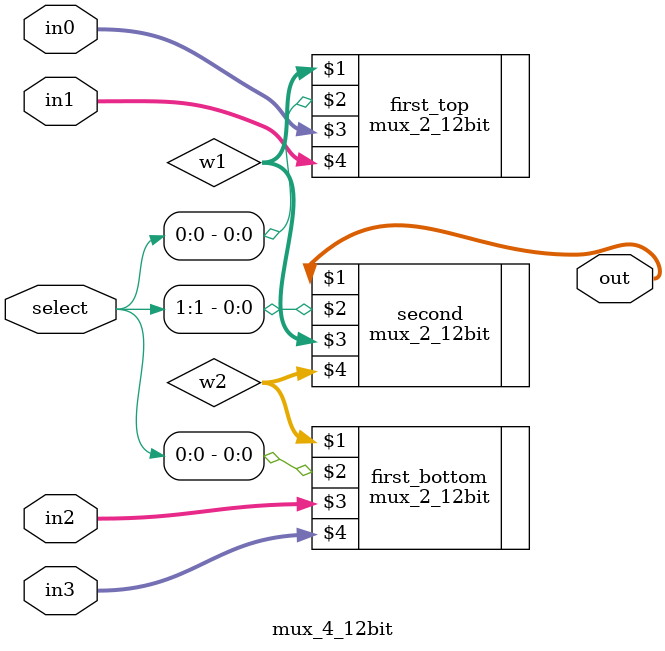
<source format=v>
module mux_4_12bit(out, select, in0, in1, in2, in3);
    input[11:0] in0, in1, in2, in3;
    input[1:0] select;
    output[11:0] out;
    wire[11:0] w1, w2;

    mux_2_12bit first_top(w1, select[0], in0, in1);
    mux_2_12bit first_bottom(w2, select[0], in2, in3);
    mux_2_12bit second(out, select[1], w1, w2);
endmodule
</source>
